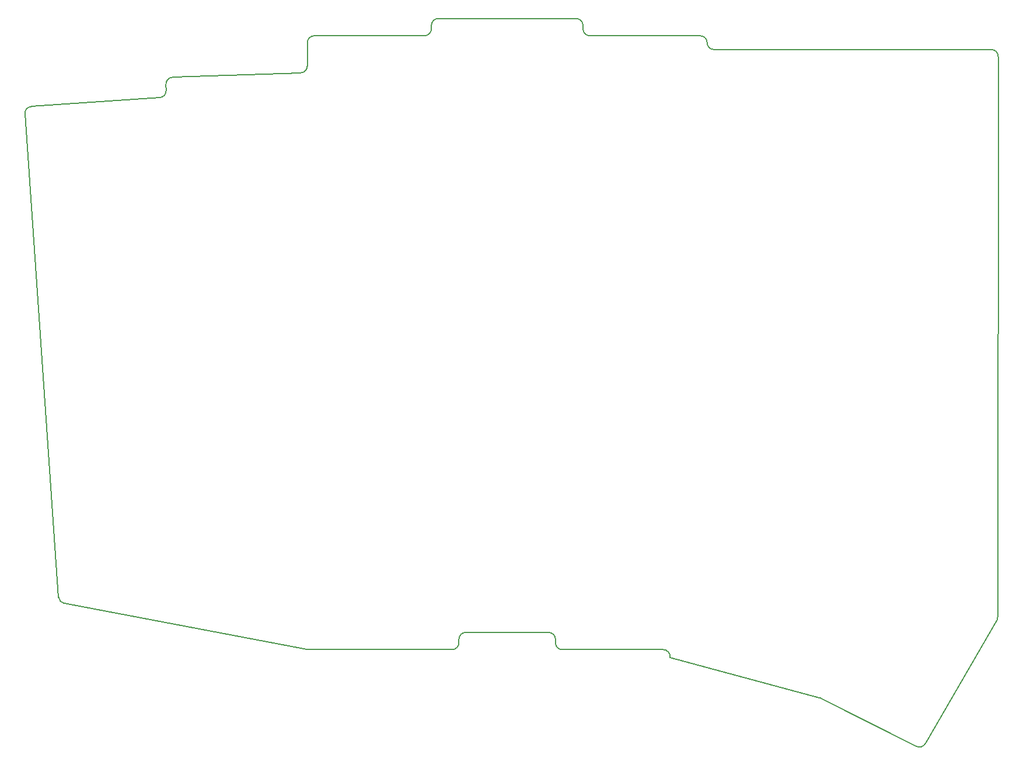
<source format=gbr>
%TF.GenerationSoftware,KiCad,Pcbnew,(6.0.11-0)*%
%TF.CreationDate,2023-07-02T11:26:45-05:00*%
%TF.ProjectId,typeboy,74797065-626f-4792-9e6b-696361645f70,v1.0.0*%
%TF.SameCoordinates,Original*%
%TF.FileFunction,Profile,NP*%
%FSLAX46Y46*%
G04 Gerber Fmt 4.6, Leading zero omitted, Abs format (unit mm)*
G04 Created by KiCad (PCBNEW (6.0.11-0)) date 2023-07-02 11:26:45*
%MOMM*%
%LPD*%
G01*
G04 APERTURE LIST*
%TA.AperFunction,Profile*%
%ADD10C,0.150000*%
%TD*%
G04 APERTURE END LIST*
D10*
X149319724Y-203063804D02*
X149325334Y-202971792D01*
X55718139Y-124241725D02*
X60617087Y-194299915D01*
X96787895Y-201910944D02*
X117693773Y-201910939D01*
X132693762Y-200910944D02*
G75*
G03*
X133693774Y-201910938I1000038J44D01*
G01*
X114693770Y-111410938D02*
X114693773Y-111910938D01*
X60617092Y-194299915D02*
G75*
G03*
X61428044Y-195212594I997408J69615D01*
G01*
X119693768Y-199410938D02*
X131693768Y-199410941D01*
X185062404Y-215921808D02*
X171192887Y-208946210D01*
X196771878Y-197525300D02*
G75*
G03*
X196905842Y-197025638I-866478J500100D01*
G01*
X61428039Y-195212592D02*
X96601295Y-201893379D01*
X76181223Y-119967194D02*
X76211657Y-120838773D01*
X113693766Y-112910873D02*
G75*
G03*
X114693773Y-111910938I34J999973D01*
G01*
X155693773Y-114910942D02*
X195933425Y-114910946D01*
X149319724Y-203063804D02*
X171002388Y-208873653D01*
X118693772Y-200910947D02*
X118693771Y-200410947D01*
X56645948Y-123174337D02*
G75*
G03*
X55718142Y-124241727I69752J-997563D01*
G01*
X132693766Y-200410939D02*
X132693773Y-200910944D01*
X95728674Y-118284062D02*
G75*
G03*
X96693774Y-117284578I-34974J999462D01*
G01*
X149325305Y-202971790D02*
G75*
G03*
X148327191Y-201910939I-998105J60890D01*
G01*
X136693761Y-111910948D02*
G75*
G03*
X137693771Y-112910939I1000039J48D01*
G01*
X154693764Y-113910937D02*
G75*
G03*
X153693764Y-112910936I-999964J37D01*
G01*
X117693773Y-201910872D02*
G75*
G03*
X118693772Y-200910947I27J999972D01*
G01*
X119693768Y-199410871D02*
G75*
G03*
X118693771Y-200410947I32J-1000029D01*
G01*
X96693769Y-113910936D02*
X96693774Y-117284578D01*
X186377750Y-215528437D02*
X196771874Y-197525298D01*
X132693759Y-200410939D02*
G75*
G03*
X131693768Y-199410941I-999959J39D01*
G01*
X96601294Y-201893383D02*
G75*
G03*
X96787895Y-201910944I186606J982683D01*
G01*
X75282022Y-121871235D02*
X56645953Y-123174401D01*
X136693766Y-111910948D02*
X136693774Y-111410941D01*
X196933454Y-115911287D02*
G75*
G03*
X195933425Y-114910946I-1000054J287D01*
G01*
X135693768Y-110410941D02*
X115693769Y-110410948D01*
X115693769Y-110410970D02*
G75*
G03*
X114693770Y-111410938I-69J-999930D01*
G01*
X153693764Y-112910936D02*
X137693771Y-112910939D01*
X133693774Y-201910938D02*
X148327191Y-201910939D01*
X154693758Y-113910942D02*
G75*
G03*
X155693773Y-114910942I1000042J42D01*
G01*
X136693759Y-111410941D02*
G75*
G03*
X135693768Y-110410941I-999959J41D01*
G01*
X95728671Y-118283976D02*
X77145714Y-118932900D01*
X97693767Y-112910869D02*
G75*
G03*
X96693769Y-113910936I-167J-999831D01*
G01*
X185062379Y-215921858D02*
G75*
G03*
X186377750Y-215528435I449321J893358D01*
G01*
X196933431Y-115911287D02*
X196905842Y-197025638D01*
X97693767Y-112910937D02*
X113693766Y-112910944D01*
X75282021Y-121871223D02*
G75*
G03*
X76211657Y-120838778I-69821J997623D01*
G01*
X77145715Y-118932915D02*
G75*
G03*
X76181223Y-119967194I34785J-999285D01*
G01*
X171192890Y-208946204D02*
G75*
G03*
X171002397Y-208873664I-449490J-893996D01*
G01*
M02*

</source>
